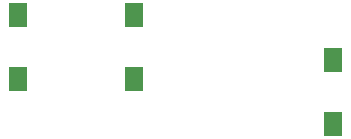
<source format=gbr>
%TF.GenerationSoftware,KiCad,Pcbnew,7.0.1*%
%TF.CreationDate,2023-06-12T22:14:20+07:00*%
%TF.ProjectId,Air Conditioner Energy Saver V7,41697220-436f-46e6-9469-74696f6e6572,rev?*%
%TF.SameCoordinates,Original*%
%TF.FileFunction,Paste,Bot*%
%TF.FilePolarity,Positive*%
%FSLAX46Y46*%
G04 Gerber Fmt 4.6, Leading zero omitted, Abs format (unit mm)*
G04 Created by KiCad (PCBNEW 7.0.1) date 2023-06-12 22:14:20*
%MOMM*%
%LPD*%
G01*
G04 APERTURE LIST*
%ADD10R,1.600000X2.000000*%
G04 APERTURE END LIST*
D10*
%TO.C,SW1*%
X146113000Y-81567000D03*
X146113000Y-76167000D03*
%TD*%
%TO.C,SW2*%
X136313000Y-81567000D03*
X136313000Y-76167000D03*
%TD*%
%TO.C,RST2*%
X163020000Y-79977000D03*
X163020000Y-85377000D03*
%TD*%
M02*

</source>
